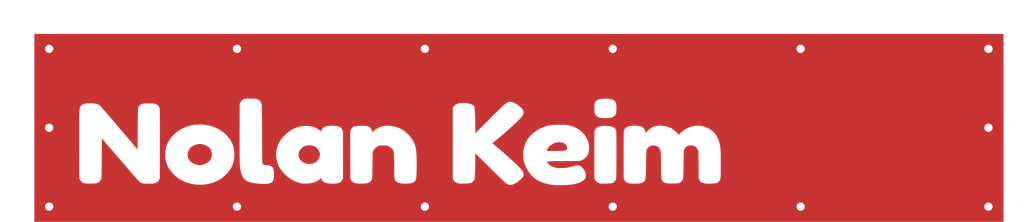
<source format=kicad_pcb>
(kicad_pcb (version 20240108) (generator "pcbnew") (generator_version "8.0")
  (layers (0 "F.Cu" signal) (31 "B.Cu" signal) (34 "B.Paste" user) (35 "F.Paste" user) (36 "B.SilkS" user "B.Silkscreen") (37 "F.SilkS" user "F.Silkscreen") (38 "B.Mask" user) (39 "F.Mask" user) (44 "Edge.Cuts" user))
  (net 0 "")
  (footprint "-artwork:iot_name_tag_Fcu" (layer "F.Cu") (at 151 99)
    (property "Reference" "G***" (hide yes))
    (property "Value" "LOGO" (hide yes))
    (fp_poly (pts (xy 11.52175 3.934318) (xy 12.035688 4.133115) (xy 12.433091 4.383903) (xy 12.686167 4.668619) (xy 12.819913 5.019498) (xy 12.844567 5.176161) (xy 12.816134 5.555813) (xy 12.642601 5.851398) (xy 12.331697 6.051765) (xy 12.209315 6.092612) (xy 12.035053 6.117406) (xy 11.715711 6.139219) (xy 11.27553 6.157213) (xy 10.73875 6.170555) (xy 10.12961 6.178408) (xy 9.667461 6.180195) (xy 7.439256 6.180667) (xy 7.497377 5.997542) (xy 7.665346 5.564548) (xy 7.881067 5.224756) (xy 8.193077 4.902035) (xy 8.199502 4.896248) (xy 8.828362 4.421695) (xy 9.496108 4.08403) (xy 10.181647 3.887449) (xy 10.863891 3.836146) (xy 11.52175 3.934318)) (stroke (width 0.01)) (fill solid) (layer "F.Cu"))
    (fp_poly (pts (xy -84.394026 4.352014) (xy -83.668849 4.54183) (xy -83.185494 4.753685) (xy -82.622029 5.09028) (xy -82.210247 5.466727) (xy -81.933155 5.907948) (xy -81.773764 6.438861) (xy -81.721805 6.900334) (xy -81.733547 7.568475) (xy -81.857324 8.125701) (xy -82.106071 8.598402) (xy -82.492722 9.012969) (xy -82.907076 9.318594) (xy -83.627022 9.695783) (xy -84.358827 9.905463) (xy -85.098994 9.947019) (xy -85.809667 9.829405) (xy -86.547484 9.561554) (xy -87.149383 9.200481) (xy -87.61193 8.750141) (xy -87.931691 8.214487) (xy -88.105231 7.597474) (xy -88.138 7.148689) (xy -88.058744 6.492592) (xy -87.826131 5.900643) (xy -87.447891 5.384798) (xy -86.931755 4.957009) (xy -86.597257 4.766245) (xy -85.842278 4.464163) (xy -85.113186 4.326106) (xy -84.394026 4.352014)) (stroke (width 0.01)) (fill solid) (layer "F.Cu"))
    (fp_poly (pts (xy -55.321716 4.708223) (xy -55.005913 4.735423) (xy -54.752103 4.790398) (xy -54.506795 4.88151) (xy -54.458644 4.902739) (xy -53.991539 5.19417) (xy -53.563166 5.617607) (xy -53.208689 6.135756) (xy -53.106852 6.336321) (xy -52.949194 6.866356) (xy -52.946568 7.412362) (xy -53.089041 7.952088) (xy -53.366683 8.463283) (xy -53.769562 8.923696) (xy -54.287745 9.311076) (xy -54.483 9.419422) (xy -54.831259 9.538176) (xy -55.284638 9.610164) (xy -55.784929 9.633323) (xy -56.273925 9.605592) (xy -56.69342 9.524907) (xy -56.769 9.500416) (xy -57.391173 9.206878) (xy -57.901736 8.816774) (xy -58.287062 8.346994) (xy -58.533522 7.814426) (xy -58.627488 7.235959) (xy -58.627995 7.196667) (xy -58.54846 6.602264) (xy -58.315328 6.04612) (xy -57.943529 5.549988) (xy -57.447992 5.13562) (xy -57.065333 4.919826) (xy -56.821129 4.814344) (xy -56.594404 4.748698) (xy -56.331892 4.713986) (xy -55.980328 4.701302) (xy -55.753 4.70044) (xy -55.321716 4.708223)) (stroke (width 0.01)) (fill solid) (layer "F.Cu"))
    (fp_poly (pts (xy 129.032 25.061334) (xy -128.947333 25.061334) (xy -128.947333 -0.121183) (xy -117.003915 -0.121183) (xy -117.002848 0.980541) (xy -117.000193 2.2266) (xy -116.996352 3.626545) (xy -116.993563 4.572) (xy -116.967 13.504334) (xy -116.759781 13.909928) (xy -116.490264 14.293443) (xy -116.114001 14.577717) (xy -115.606116 14.781225) (xy -115.574186 14.790353) (xy -115.320607 14.832129) (xy -114.939403 14.858965) (xy -114.471557 14.871555) (xy -113.958053 14.870595) (xy -113.439876 14.856777) (xy -112.958009 14.830797) (xy -112.553437 14.793348) (xy -112.267144 14.745126) (xy -112.225667 14.733628) (xy -111.886946 14.559534) (xy -111.557318 14.274549) (xy -111.289143 13.931495) (xy -111.154901 13.653372) (xy -111.130782 13.530831) (xy -111.109072 13.310608) (xy -111.089527 12.983912) (xy -111.071906 12.541952) (xy -111.055969 11.975937) (xy -111.041472 11.277075) (xy -111.028176 10.436576) (xy -111.015837 9.445648) (xy -111.004215 8.295501) (xy -111.002514 8.108233) (xy -110.955667 2.881466) (xy -108.669667 5.523145) (xy -108.094666 6.188303) (xy -107.437262 6.949965) (xy -106.725146 7.775976) (xy -105.986009 8.634182) (xy -105.247543 9.492427) (xy -104.537439 10.318557) (xy -103.883387 11.080418) (xy -103.767458 11.215579) (xy -103.229486 11.839525) (xy -102.714458 12.430409) (xy -102.234885 12.974331) (xy -101.803274 13.457391) (xy -101.432134 13.865693) (xy -101.133974 14.185335) (xy -100.921301 14.402419) (xy -100.812135 14.499446) (xy -100.5744 14.646628) (xy -100.330807 14.754896) (xy -100.051609 14.829005) (xy -99.70706 14.873709) (xy -99.267414 14.893765) (xy -98.702926 14.893927) (xy -98.379426 14.888346) (xy -97.857805 14.876339) (xy -97.472583 14.862128) (xy -97.190843 14.840807) (xy -96.979672 14.807471) (xy -96.806154 14.757217) (xy -96.637377 14.685139) (xy -96.47642 14.60477) (xy -96.169475 14.428072) (xy -95.96493 14.247377) (xy -95.803931 14.007006) (xy -95.762907 13.929741) (xy -95.546333 13.50894) (xy -95.529444 6.773334) (xy -94.123145 6.773334) (xy -94.108514 7.876188) (xy -93.932307 8.928539) (xy -93.594464 9.930543) (xy -93.094925 10.882359) (xy -92.43363 11.784145) (xy -92.049633 12.208731) (xy -91.397835 12.839352) (xy -90.759144 13.354773) (xy -90.079493 13.795236) (xy -89.501782 14.104868) (xy -88.289934 14.61541) (xy -87.030237 14.963985) (xy -85.725752 15.150122) (xy -84.37954 15.173354) (xy -83.22085 15.066932) (xy -82.431436 14.910517) (xy -81.5901 14.663499) (xy -80.748492 14.345976) (xy -79.958266 13.978045) (xy -79.271073 13.579804) (xy -79.102764 13.464608) (xy -78.619587 13.084114) (xy -78.106059 12.619808) (xy -77.613959 12.12229) (xy -77.195068 11.642162) (xy -77.064041 11.472337) (xy -76.484941 10.552917) (xy -76.064961 9.579672) (xy -75.802253 8.546884) (xy -75.694969 7.448836) (xy -75.692 7.224574) (xy -75.761878 6.08011) (xy -75.974138 5.021231) (xy -76.33272 4.040081) (xy -76.341779 4.023856) (xy -74.328915 4.023856) (xy -74.328756 5.195205) (xy -74.32571 6.229916) (xy -74.319437 7.138885) (xy -74.309596 7.933008) (xy -74.295843 8.623179) (xy -74.27784 9.220295) (xy -74.255243 9.735249) (xy -74.227713 10.178939) (xy -74.194907 10.562258) (xy -74.156484 10.896102) (xy -74.112103 11.191367) (xy -74.061422 11.458948) (xy -74.004101 11.70974) (xy -73.992065 11.757837) (xy -73.75107 12.524756) (xy -73.44727 13.14816) (xy -73.066912 13.646606) (xy -72.596245 14.038651) (xy -72.102545 14.307645) (xy -71.57278 14.498395) (xy -70.914886 14.662915) (xy -70.168655 14.796763) (xy -69.373882 14.895502) (xy -68.570362 14.954692) (xy -67.79789 14.969894) (xy -67.09626 14.936668) (xy -66.785947 14.900725) (xy -66.256383 14.794121) (xy -65.867282 14.641362) (xy -65.592971 14.429049) (xy -65.432168 14.194274) (xy -65.29896 13.828153) (xy -65.200084 13.346073) (xy -65.141023 12.798932) (xy -65.127259 12.237627) (xy -65.164276 11.713058) (xy -65.164615 11.710479) (xy -65.266298 11.136116) (xy -65.414439 10.706281) (xy -65.63277 10.398408) (xy -65.945022 10.189932) (xy -66.374926 10.058285) (xy -66.946216 9.980901) (xy -66.987262 9.977343) (xy -67.458766 9.929469) (xy -67.790272 9.871883) (xy -68.01111 9.79379) (xy -68.150611 9.684395) (xy -68.238107 9.532905) (xy -68.245386 9.514341) (xy -68.259625 9.392372) (xy -68.272822 9.109666) (xy -68.284878 8.674814) (xy -68.295695 8.096409) (xy -68.303772 7.488617) (xy -64.575902 7.488617) (xy -64.453859 8.545086) (xy -64.193216 9.525933) (xy -63.786899 10.446231) (xy -63.227832 11.321056) (xy -62.50894 12.165481) (xy -62.265853 12.410448) (xy -61.31551 13.232614) (xy -60.312517 13.894318) (xy -59.254646 14.396751) (xy -58.139672 14.741103) (xy -57.756988 14.820587) (xy -57.420873 14.855286) (xy -56.967721 14.865201) (xy -56.447624 14.852779) (xy -55.910674 14.82047) (xy -55.406962 14.770723) (xy -54.986582 14.705985) (xy -54.864 14.679167) (xy -54.239795 14.482271) (xy -53.657679 14.215603) (xy -53.166638 13.903884) (xy -52.937587 13.706979) (xy -52.600073 13.372805) (xy -52.551184 13.617248) (xy -52.416771 13.93241) (xy -52.164582 14.241156) (xy -51.840297 14.492844) (xy -51.691457 14.570303) (xy -51.305968 14.694712) (xy -50.800405 14.791663) (xy -50.222337 14.857588) (xy -49.619329 14.88892) (xy -49.038949 14.882094) (xy -48.528763 14.833543) (xy -48.422682 14.815405) (xy -47.898555 14.683761) (xy -47.509707 14.503585) (xy -47.224406 14.254314) (xy -47.010925 13.915384) (xy -47.000707 13.893884) (xy -46.778333 13.419667) (xy -46.778333 0.961694) (xy -46.820205 0.879914) (xy -44.873333 0.879914) (xy -44.872861 7.107457) (xy -44.871461 8.513919) (xy -44.867487 9.751111) (xy -44.860937 10.819078) (xy -44.851812 11.717865) (xy -44.84011 12.447515) (xy -44.825831 13.008074) (xy -44.808975 13.399585) (xy -44.789541 13.622093) (xy -44.782008 13.660495) (xy -44.581068 14.096222) (xy -44.245728 14.433623) (xy -43.772402 14.675865) (xy -43.555161 14.743746) (xy -43.17232 14.815435) (xy -42.683963 14.861031) (xy -42.133977 14.881123) (xy -41.566253 14.876304) (xy -41.02468 14.847162) (xy -40.553145 14.794288) (xy -40.19554 14.718274) (xy -40.134411 14.697724) (xy -39.708031 14.483935) (xy -39.394606 14.184552) (xy -39.168208 13.800667) (xy -39.123817 13.69927) (xy -39.08711 13.59069) (xy -39.05711 13.457906) (xy -39.032839 13.283897) (xy -39.013318 13.051639) (xy -38.99757 12.744111) (xy -38.984617 12.344291) (xy -38.973481 11.835158) (xy -38.963183 11.199689) (xy -38.952746 10.420862) (xy -38.946876 9.948334) (xy -38.936155 9.090359) (xy -38.926322 8.384636) (xy -38.916316 7.814095) (xy -38.905077 7.361666) (xy -38.891547 7.01028) (xy -38.874664 6.742865) (xy -38.853369 6.542352) (xy -38.826602 6.391671) (xy -38.793303 6.273752) (xy -38.752413 6.171524) (xy -38.70639 6.07506) (xy -38.411707 5.63769) (xy -37.99438 5.239017) (xy -37.501039 4.922295) (xy -37.422667 4.884204) (xy -37.21816 4.802735) (xy -36.995462 4.749738) (xy -36.711669 4.719516) (xy -36.323877 4.706377) (xy -36.068 4.704408) (xy -35.454224 4.724082) (xy -34.966943 4.795289) (xy -34.567757 4.931041) (xy -34.218264 5.144352) (xy -33.883474 5.444753) (xy -33.731947 5.600589) (xy -33.605995 5.741873) (xy -33.503046 5.885415) (xy -33.42053 6.048025) (xy -33.355876 6.246513) (xy -33.306514 6.497689) (xy -33.269873 6.818362) (xy -33.243381 7.225343) (xy -33.224469 7.735442) (xy -33.210566 8.365468) (xy -33.199101 9.132231) (xy -33.188274 9.990667) (xy -33.176401 10.878678) (xy -33.164454 11.613174) (xy -33.151689 12.20997) (xy -33.137364 12.684884) (xy -33.120738 13.053732) (xy -33.101067 13.332329) (xy -33.07761 13.536494) (xy -33.049624 13.682042) (xy -33.016366 13.784789) (xy -33.00944 13.800667) (xy -32.796035 14.153386) (xy -32.503429 14.427547) (xy -32.113534 14.63081) (xy -31.60826 14.770836) (xy -30.969517 14.855289) (xy -30.449562 14.884886) (xy -29.587308 14.8821) (xy -28.874193 14.807701) (xy -28.305263 14.660288) (xy -27.875566 14.438458) (xy -27.580148 14.14081) (xy -27.528981 14.058476) (xy -27.436612 13.856794) (xy -27.36087 13.600871) (xy -27.300395 13.274551) (xy -27.253826 12.861674) (xy -27.219803 12.346083) (xy -27.196967 11.71162) (xy -27.183955 10.942127) (xy -27.179409 10.021446) (xy -27.179367 9.906) (xy -27.185248 8.78594) (xy -27.205093 7.816277) (xy -27.242326 6.978405) (xy -27.300371 6.253717) (xy -27.38265 5.623605) (xy -27.492588 5.069462) (xy -27.63361 4.572681) (xy -27.809137 4.114655) (xy -28.022595 3.676776) (xy -28.277407 3.240438) (xy -28.456725 2.963919) (xy -28.989288 2.258402) (xy -29.604782 1.596459) (xy -30.267377 1.01097) (xy -30.941242 0.534814) (xy -31.351203 0.307838) (xy -32.241292 -0.064459) (xy -33.164104 -0.334471) (xy -34.0897 -0.498754) (xy -34.988143 -0.553865) (xy -35.829497 -0.496358) (xy -36.583823 -0.322791) (xy -36.646404 -0.301365) (xy -37.166461 -0.082761) (xy -37.713522 0.205883) (xy -38.220701 0.526384) (xy -38.576023 0.80017) (xy -39.006066 1.176361) (xy -39.143432 0.682282) (xy -39.290088 0.303653) (xy -39.506918 0.0057) (xy -39.810723 -0.21897) (xy -40.218303 -0.377752) (xy -40.746456 -0.478038) (xy -41.411984 -0.527222) (xy -41.91 -0.535298) (xy -42.693948 -0.511283) (xy -43.330554 -0.437399) (xy -43.835123 -0.310884) (xy -44.222962 -0.128981) (xy -44.246137 -0.114101) (xy -44.393577 0.033167) (xy -44.560783 0.272707) (xy -44.657627 0.447048) (xy -44.873333 0.879914) (xy -46.820205 0.879914) (xy -47.032333 0.465617) (xy -47.226299 0.146957) (xy -47.455599 -0.091978) (xy -47.74954 -0.265828) (xy -48.137428 -0.38923) (xy -48.648569 -0.476823) (xy -48.996319 -0.515376) (xy -49.841172 -0.563479) (xy -50.564079 -0.529115) (xy -51.192166 -0.410137) (xy -51.476951 -0.319047) (xy -51.889957 -0.135256) (xy -52.183191 0.085294) (xy -52.406118 0.385122) (xy -52.49691 0.557721) (xy -52.671317 0.917999) (xy -53.210299 0.510045) (xy -53.912581 0.068065) (xy -54.685318 -0.243115) (xy -55.543704 -0.427527) (xy -56.502934 -0.489205) (xy -56.938333 -0.479534) (xy -58.046062 -0.358523) (xy -59.079369 -0.093601) (xy -60.05953 0.322951) (xy -61.007821 0.898849) (xy -61.276302 1.094054) (xy -62.226937 1.896937) (xy -63.01777 2.752101) (xy -63.648268 3.65851) (xy -64.117896 4.615127) (xy -64.426118 5.620915) (xy -64.5724 6.674839) (xy -64.575902 7.488617) (xy -68.303772 7.488617) (xy -68.305175 7.383044) (xy -68.313219 6.54331) (xy -68.319728 5.585801) (xy -68.324604 4.519108) (xy -68.327749 3.351825) (xy -68.329021 2.216988) (xy -68.330366 1.114252) (xy -68.333358 0.044353) (xy -68.337858 -0.978328) (xy -68.343727 -1.939408) (xy -68.350826 -2.824507) (xy -68.359015 -3.619242) (xy -68.368156 -4.309233) (xy -68.378109 -4.880096) (xy -68.388736 -5.317452) (xy -68.388811 -5.319399) (xy -17.568333 -5.319399) (xy -17.568333 13.589) (xy -17.336697 13.983035) (xy -17.088769 14.301017) (xy -16.749164 14.545881) (xy -16.28802 14.736123) (xy -15.983124 14.821377) (xy -15.675573 14.867412) (xy -15.250256 14.890915) (xy -14.751097 14.89363) (xy -14.22202 14.877306) (xy -13.706949 14.843687) (xy -13.249807 14.794521) (xy -12.894518 14.731554) (xy -12.762949 14.693336) (xy -12.346129 14.457865) (xy -12.000386 14.102051) (xy -11.770155 13.672776) (xy -11.756364 13.631334) (xy -11.730249 13.465768) (xy -11.704665 13.143817) (xy -11.680145 12.678427) (xy -11.657224 12.082544) (xy -11.636434 11.369116) (xy -11.61831 10.55109) (xy -11.609938 10.077792) (xy -11.557 6.820583) (xy -7.62 10.717084) (xy -6.934893 11.393885) (xy -6.278932 12.039465) (xy -5.66303 12.643241) (xy -5.098096 13.194631) (xy -4.595042 13.683051) (xy -4.164779 14.097919) (xy -3.818217 14.428651) (xy -3.566269 14.664665) (xy -3.419844 14.795377) (xy -3.396397 14.813701) (xy -2.893717 15.094784) (xy -2.401552 15.21636) (xy -1.88729 15.182668) (xy -1.480299 15.062884) (xy -1.017141 14.850826) (xy -0.529347 14.561075) (xy -0.047011 14.218482) (xy 0.399768 13.847899) (xy 0.780895 13.474178) (xy 1.066274 13.122169) (xy 1.220532 12.832711) (xy 1.287424 12.4125) (xy 1.201536 11.969314) (xy 0.959544 11.488654) (xy 0.88768 11.380288) (xy 0.667173 11.10149) (xy 0.325296 10.725635) (xy -0.127717 10.262223) (xy -0.681633 9.720754) (xy -1.326217 9.110728) (xy -2.051237 8.441646) (xy -2.84646 7.723008) (xy -3.61461 7.041533) (xy 1.20066 7.041533) (xy 1.205467 7.747701) (xy 1.253644 8.385742) (xy 1.306698 8.724339) (xy 1.599431 9.77081) (xy 2.050938 10.803225) (xy 2.498003 11.569612) (xy 3.150689 12.443398) (xy 3.894129 13.193316) (xy 4.737045 13.82441) (xy 5.688158 14.341722) (xy 6.756189 14.750296) (xy 7.94986 15.055176) (xy 8.769348 15.196139) (xy 9.229876 15.242749) (xy 9.820668 15.272841) (xy 10.503517 15.286993) (xy 11.24022 15.285786) (xy 11.992571 15.269797) (xy 12.722366 15.239607) (xy 13.3914 15.195793) (xy 13.961467 15.138936) (xy 14.139333 15.114757) (xy 15.117622 14.930049) (xy 15.953618 14.68968) (xy 16.642253 14.395824) (xy 17.178455 14.050657) (xy 17.557155 13.656354) (xy 17.565036 13.645207) (xy 17.703731 13.427724) (xy 17.781077 13.231508) (xy 17.81404 12.991706) (xy 17.819727 12.67154) (xy 17.800524 12.271131) (xy 17.734445 11.950908) (xy 17.602736 11.624074) (xy 17.585793 11.588836) (xy 17.2339 10.998089) (xy 16.819161 10.531777) (xy 16.357345 10.202298) (xy 15.864221 10.022046) (xy 15.552948 9.990667) (xy 15.293167 10.016808) (xy 14.935067 10.086685) (xy 14.539938 10.187483) (xy 14.373179 10.237371) (xy 13.78529 10.414341) (xy 13.289756 10.540602) (xy 12.825992 10.626681) (xy 12.333412 10.683101) (xy 11.751431 10.720388) (xy 11.537823 10.72994) (xy 11.008407 10.745949) (xy 10.59927 10.741692) (xy 10.262256 10.714327) (xy 9.949211 10.661013) (xy 9.802156 10.627514) (xy 9.106063 10.408195) (xy 8.470654 10.110192) (xy 8.102504 9.874778) (xy 7.922987 9.697991) (xy 7.743244 9.452886) (xy 7.601561 9.199801) (xy 7.536225 8.999075) (xy 7.535333 8.98094) (xy 7.619566 8.959167) (xy 7.870554 8.939453) (xy 8.285731 8.921862) (xy 8.862531 8.906457) (xy 9.598386 8.893302) (xy 10.490731 8.882462) (xy 11.536999 8.874) (xy 11.916833 8.871734) (xy 16.298333 8.847667) (xy 16.871972 8.575947) (xy 17.462806 8.22044) (xy 17.958385 7.769097) (xy 18.329908 7.251054) (xy 18.464579 6.964811) (xy 18.579543 6.553482) (xy 18.659741 6.033582) (xy 18.701718 5.462953) (xy 18.702018 4.899435) (xy 18.657183 4.400873) (xy 18.627412 4.239661) (xy 18.348763 3.358702) (xy 17.919544 2.517832) (xy 17.357248 1.736429) (xy 16.679366 1.033868) (xy 16.602069 0.973667) (xy 20.108333 0.973667) (xy 20.108333 13.504334) (xy 20.332114 13.928155) (xy 20.631844 14.33382) (xy 21.04879 14.628124) (xy 21.557276 14.810686) (xy 21.795974 14.843654) (xy 22.160859 14.863395) (xy 22.612142 14.870817) (xy 23.110032 14.866828) (xy 23.614743 14.852334) (xy 24.086483 14.828245) (xy 24.485464 14.795467) (xy 24.771898 14.754907) (xy 24.849667 14.735582) (xy 25.191389 14.558717) (xy 25.518288 14.273664) (xy 25.777708 13.934503) (xy 25.903307 13.653372) (xy 25.922479 13.496108) (xy 25.939404 13.172135) (xy 25.954047 12.684063) (xy 25.966371 12.034501) (xy 25.976341 11.226059) (xy 25.983922 10.261347) (xy 25.989079 9.142974) (xy 25.991774 7.87355) (xy 25.992156 7.196667) (xy 27.897667 7.196667) (xy 27.897667 13.504334) (xy 28.121448 13.928155) (xy 28.425113 14.337566) (xy 28.846668 14.632113) (xy 29.346609 14.807084) (xy 29.619503 14.846765) (xy 30.015286 14.873722) (xy 30.48799 14.887935) (xy 30.99165 14.889388) (xy 31.480296 14.878061) (xy 31.907963 14.853935) (xy 32.228684 14.816992) (xy 32.274999 14.808262) (xy 32.811349 14.649273) (xy 33.212627 14.41506) (xy 33.502633 14.089002) (xy 33.621945 13.867565) (xy 33.670897 13.756131) (xy 33.711457 13.647385) (xy 33.744639 13.524562) (xy 33.771459 13.370895) (xy 33.792928 13.16962) (xy 33.810062 12.903972) (xy 33.823874 12.557185) (xy 33.835378 12.112494) (xy 33.845588 11.553134) (xy 33.855517 10.862339) (xy 33.86618 10.023345) (xy 33.869196 9.779) (xy 33.882491 8.815801) (xy 33.896892 8.010669) (xy 33.912847 7.352339) (xy 33.930799 6.829547) (xy 33.951195 6.431027) (xy 33.974479 6.145515) (xy 34.001098 5.961745) (xy 34.023172 5.884709) (xy 34.317775 5.380022) (xy 34.706636 5.016002) (xy 35.189375 4.7929) (xy 35.765613 4.710963) (xy 35.814 4.710514) (xy 36.417033 4.777769) (xy 36.916776 4.979075) (xy 37.311042 5.312669) (xy 37.597646 5.776787) (xy 37.756104 6.277831) (xy 37.779931 6.477846) (xy 37.800656 6.832672) (xy 37.817925 7.327808) (xy 37.831381 7.948755) (xy 37.840667 8.681013) (xy 37.845427 9.51008) (xy 37.846 9.937134) (xy 37.847148 10.851798) (xy 37.851961 11.613783) (xy 37.862491 12.239736) (xy 37.88079 12.746303) (xy 37.908909 13.15013) (xy 37.948902 13.467865) (xy 38.00282 13.716154) (xy 38.072715 13.911642) (xy 38.160639 14.070978) (xy 38.268644 14.210807) (xy 38.388444 14.337467) (xy 38.689407 14.5633) (xy 39.04841 14.728239) (xy 39.083471 14.738982) (xy 39.362664 14.790802) (xy 39.767493 14.828536) (xy 40.257041 14.852121) (xy 40.790393 14.861492) (xy 41.326635 14.856584) (xy 41.82485 14.837332) (xy 42.244123 14.803671) (xy 42.543539 14.755537) (xy 42.584264 14.744522) (xy 42.978817 14.552286) (xy 43.335947 14.246764) (xy 43.603869 13.878071) (xy 43.692775 13.671758) (xy 43.72314 13.517893) (xy 43.750149 13.250774) (xy 43.77416 12.861346) (xy 43.79553 12.340552) (xy 43.81462 11.679336) (xy 43.831787 10.868642) (xy 43.84739 9.899414) (xy 43.850238 9.694334) (xy 43.862546 8.811134) (xy 43.873894 8.080679) (xy 43.885226 7.486391) (xy 43.89749 7.011693) (xy 43.91163 6.640006) (xy 43.928591 6.354754) (xy 43.949319 6.139358) (xy 43.974759 5.97724) (xy 44.005856 5.851823) (xy 44.043557 5.74653) (xy 44.080105 5.663483) (xy 44.36404 5.239691) (xy 44.759584 4.928814) (xy 45.244156 4.740483) (xy 45.795179 4.68433) (xy 46.25119 4.737359) (xy 46.740073 4.886504) (xy 47.110503 5.121698) (xy 47.404403 5.474645) (xy 47.538785 5.711092) (xy 47.794333 6.210525) (xy 47.836667 9.857429) (xy 47.879 13.504334) (xy 48.090667 13.923266) (xy 48.284485 14.246848) (xy 48.509333 14.474284) (xy 48.81015 14.638264) (xy 49.231876 14.771477) (xy 49.270275 14.781301) (xy 49.552946 14.840294) (xy 49.863818 14.876175) (xy 50.242594 14.891107) (xy 50.728979 14.887253) (xy 51.048275 14.878192) (xy 51.667102 14.849559) (xy 52.145647 14.80511) (xy 52.512745 14.73762) (xy 52.797229 14.639861) (xy 53.027933 14.504606) (xy 53.22595 14.332405) (xy 53.349626 14.201415) (xy 53.452763 14.066898) (xy 53.537217 13.912848) (xy 53.604845 13.723258) (xy 53.657503 13.48212) (xy 53.697047 13.173427) (xy 53.725333 12.781172) (xy 53.744217 12.289347) (xy 53.755556 11.681945) (xy 53.761205 10.942958) (xy 53.763022 10.05638) (xy 53.763095 9.700133) (xy 53.761196 8.687274) (xy 53.754779 7.823993) (xy 53.742532 7.090562) (xy 53.723146 6.467256) (xy 53.695311 5.934348) (xy 53.657718 5.472114) (xy 53.609057 5.060826) (xy 53.548017 4.680759) (xy 53.473291 4.312187) (xy 53.383567 3.935383) (xy 53.379189 3.918049) (xy 53.052569 2.942063) (xy 52.596366 2.0736) (xy 52.015368 1.317138) (xy 51.314362 0.677154) (xy 50.498135 0.158125) (xy 49.571474 -0.235472) (xy 48.68631 -0.470949) (xy 47.73714 -0.57861) (xy 46.786326 -0.518716) (xy 45.831207 -0.290811) (xy 44.869121 0.105559) (xy 44.649044 0.219278) (xy 43.957208 0.626831) (xy 43.393972 1.044526) (xy 42.91972 1.50191) (xy 42.899715 1.524034) (xy 42.526747 1.938864) (xy 42.410386 1.721441) (xy 42.231779 1.474741) (xy 41.94446 1.173708) (xy 41.585624 0.849944) (xy 41.192465 0.53505) (xy 40.802178 0.26063) (xy 40.454225 0.059399) (xy 39.702835 -0.24179) (xy 38.891344 -0.446837) (xy 38.058655 -0.552779) (xy 37.24367 -0.556647) (xy 36.485292 -0.455478) (xy 35.918569 -0.286403) (xy 35.535094 -0.124545) (xy 35.225398 0.036709) (xy 34.942481 0.229237) (xy 34.639344 0.484919) (xy 34.279668 0.825232) (xy 33.719003 1.370955) (xy 33.661695 0.9888) (xy 33.519058 0.543007) (xy 33.251492 0.140039) (xy 32.896923 -0.169451) (xy 32.725074 -0.2621) (xy 32.369668 -0.375108) (xy 31.8943 -0.464107) (xy 31.347196 -0.524772) (xy 30.776578 -0.55278) (xy 30.230672 -0.543805) (xy 29.903979 -0.515102) (xy 29.304865 -0.405391) (xy 28.839472 -0.234169) (xy 28.478036 0.015948) (xy 28.190796 0.362345) (xy 28.079927 0.550334) (xy 28.045743 0.615905) (xy 28.016125 0.684649) (xy 27.990746 0.768503) (xy 27.969278 0.879403) (xy 27.951394 1.029285) (xy 27.936767 1.230087) (xy 27.925069 1.493745) (xy 27.915974 1.832196) (xy 27.909153 2.257376) (xy 27.90428 2.781222) (xy 27.901026 3.415671) (xy 27.899066 4.172659) (xy 27.89807 5.064123) (xy 27.897713 6.102) (xy 27.897667 7.196667) (xy 25.992156 7.196667) (xy 25.992194 7.130447) (xy 25.991935 5.938451) (xy 25.990807 4.90412) (xy 25.988577 4.015788) (xy 25.985012 3.261786) (xy 25.979876 2.630449) (xy 25.972938 2.11011) (xy 25.963962 1.689101) (xy 25.952716 1.355755) (xy 25.938966 1.098406) (xy 25.922477 0.905387) (xy 25.903017 0.765031) (xy 25.880351 0.66567) (xy 25.861626 0.61227) (xy 25.667908 0.260733) (xy 25.402777 -0.012323) (xy 25.046866 -0.215428) (xy 24.580814 -0.357108) (xy 23.985255 -0.445893) (xy 23.368 -0.485939) (xy 22.601277 -0.493535) (xy 21.96881 -0.448874) (xy 21.442629 -0.348234) (xy 20.99476 -0.187896) (xy 20.942683 -0.163371) (xy 20.704216 -0.019113) (xy 20.524754 0.174859) (xy 20.353765 0.473973) (xy 20.344484 0.49278) (xy 20.108333 0.973667) (xy 16.602069 0.973667) (xy 15.90339 0.429524) (xy 15.046812 -0.057228) (xy 14.563518 -0.261881) (xy 14.077964 -0.434489) (xy 13.634835 -0.566892) (xy 13.199134 -0.664098) (xy 12.735866 -0.731114) (xy 12.210035 -0.772947) (xy 11.586647 -0.794605) (xy 10.830706 -0.801095) (xy 10.795 -0.801111) (xy 9.965103 -0.793815) (xy 9.270839 -0.768714) (xy 8.679042 -0.721464) (xy 8.156546 -0.647721) (xy 7.670186 -0.543141) (xy 7.186797 -0.403379) (xy 6.831585 -0.281983) (xy 5.669228 0.21021) (xy 4.626702 0.8063) (xy 3.709816 1.500508) (xy 2.924378 2.287052) (xy 2.276196 3.160152) (xy 1.771079 4.114026) (xy 1.427127 5.096768) (xy 1.313424 5.657816) (xy 1.237291 6.325488) (xy 1.20066 7.041533) (xy -3.61461 7.041533) (xy -3.701651 6.964314) (xy -4.606578 6.175063) (xy -5.551006 5.364757) (xy -6.024581 4.963334) (xy -7.011495 4.130134) (xy -6.236247 3.487716) (xy -5.228483 2.645) (xy -4.262379 1.822182) (xy -3.347185 1.027847) (xy -2.492151 0.270581) (xy -1.706526 -0.441029) (xy -0.999559 -1.098397) (xy -0.380501 -1.692938) (xy 0.141399 -2.216065) (xy 0.556892 -2.659192) (xy 0.856727 -3.013733) (xy 1.017701 -3.245868) (xy 1.215312 -3.695095) (xy 1.274901 -4.125126) (xy 1.191655 -4.545711) (xy 0.960757 -4.966602) (xy 0.784564 -5.164666) (xy 20.10849 -5.164666) (xy 20.125894 -4.522354) (xy 20.182907 -4.020551) (xy 20.286407 -3.633626) (xy 20.443273 -3.335947) (xy 20.660385 -3.101884) (xy 20.662599 -3.100017) (xy 21.041115 -2.873117) (xy 21.55448 -2.703939) (xy 22.177128 -2.595978) (xy 22.883492 -2.552731) (xy 23.648005 -2.577693) (xy 24.123424 -2.626791) (xy 24.703121 -2.736727) (xy 25.146 -2.905212) (xy 25.478558 -3.14606) (xy 25.718697 -3.458299) (xy 25.81484 -3.633439) (xy 25.881374 -3.799263) (xy 25.924921 -3.993835) (xy 25.952101 -4.255219) (xy 25.969537 -4.62148) (xy 25.979392 -4.956975) (xy 25.984705 -5.573689) (xy 25.960424 -6.052364) (xy 25.901113 -6.42256) (xy 25.801338 -6.713838) (xy 25.655664 -6.95576) (xy 25.598789 -7.027196) (xy 25.330988 -7.282102) (xy 24.998551 -7.470147) (xy 24.56917 -7.604286) (xy 24.010539 -7.697473) (xy 23.893696 -7.710905) (xy 23.254008 -7.75089) (xy 22.60179 -7.73913) (xy 21.982622 -7.679819) (xy 21.442082 -7.577154) (xy 21.057577 -7.449866) (xy 20.728147 -7.27002) (xy 20.480471 -7.045069) (xy 20.304611 -6.75109) (xy 20.190633 -6.364158) (xy 20.1286 -5.86035) (xy 20.108575 -5.215742) (xy 20.10849 -5.164666) (xy 0.784564 -5.164666) (xy 0.577393 -5.397552) (xy 0.036747 -5.848312) (xy -0.428406 -6.174583) (xy -1.099165 -6.571431) (xy -1.69105 -6.819472) (xy -2.205227 -6.919125) (xy -2.480624 -6.907314) (xy -2.645538 -6.877114) (xy -2.807336 -6.831836) (xy -2.97573 -6.763119) (xy -3.160436 -6.6626) (xy -3.371167 -6.521918) (xy -3.617638 -6.33271) (xy -3.909561 -6.086614) (xy -4.25665 -5.775268) (xy -4.668621 -5.390309) (xy -5.155186 -4.923376) (xy -5.726059 -4.366105) (xy -6.390955 -3.710136) (xy -7.159586 -2.947106) (xy -7.662333 -2.446638) (xy -11.557 1.432899) (xy -11.611034 -1.802384) (xy -11.626821 -2.681773) (xy -11.643115 -3.409) (xy -11.661476 -4.001234) (xy -11.683462 -4.475642) (xy -11.710632 -4.849395) (xy -11.744546 -5.139659) (xy -11.786762 -5.363604) (xy -11.838839 -5.538397) (xy -11.902338 -5.681207) (xy -11.97427 -5.802295) (xy -12.217446 -6.038011) (xy -12.599085 -6.239639) (xy -13.090799 -6.402002) (xy -13.664205 -6.519919) (xy -14.290917 -6.588213) (xy -14.942549 -6.601705) (xy -15.590715 -6.555216) (xy -15.872671 -6.513526) (xy -16.459712 -6.353595) (xy -16.923144 -6.094029) (xy -17.284479 -5.722446) (xy -17.310812 -5.685815) (xy -17.568333 -5.319399) (xy -68.388811 -5.319399) (xy -68.399896 -5.606918) (xy -68.405529 -5.690543) (xy -68.475565 -6.250643) (xy -68.583113 -6.674734) (xy -68.745623 -6.99495) (xy -68.980543 -7.243423) (xy -69.305324 -7.452285) (xy -69.384333 -7.493) (xy -69.571231 -7.584363) (xy -69.731984 -7.650678) (xy -69.898025 -7.695958) (xy -70.100789 -7.724217) (xy -70.37171 -7.739467) (xy -70.742222 -7.74572) (xy -71.243759 -7.746991) (xy -71.374 -7.747) (xy -71.910295 -7.746079) (xy -72.308546 -7.740801) (xy -72.60004 -7.727389) (xy -72.816066 -7.70207) (xy -72.98791 -7.661067) (xy -73.146861 -7.600605) (xy -73.324208 -7.516909) (xy -73.338319 -7.509985) (xy -73.627549 -7.351596) (xy -73.818263 -7.18809) (xy -73.971703 -6.958224) (xy -74.057985 -6.790318) (xy -74.295 -6.307666) (xy -74.321939 1.227667) (xy -74.326529 2.704975) (xy -74.328915 4.023856) (xy -76.341779 4.023856) (xy -76.841566 3.128807) (xy -77.504615 2.279552) (xy -78.325807 1.484462) (xy -78.74 1.148406) (xy -79.785618 0.44009) (xy -80.887452 -0.113003) (xy -82.052976 -0.513328) (xy -83.289664 -0.763343) (xy -84.604991 -0.865502) (xy -84.878333 -0.868407) (xy -86.194336 -0.798513) (xy -87.426478 -0.585759) (xy -88.588675 -0.225539) (xy -89.694842 0.286753) (xy -90.758894 0.955725) (xy -91.059 1.177719) (xy -91.95594 1.957738) (xy -92.69892 2.808157) (xy -93.287884 3.728876) (xy -93.722779 4.719794) (xy -94.003549 5.78081) (xy -94.123145 6.773334) (xy -95.529444 6.773334) (xy -95.523611 4.447304) (xy -95.520216 2.791938) (xy -95.518767 1.303067) (xy -95.519285 -0.022135) (xy -95.52179 -1.186496) (xy -95.526304 -2.192843) (xy -95.532845 -3.044002) (xy -95.541434 -3.742801) (xy -95.552093 -4.292067) (xy -95.56484 -4.694626) (xy -95.579697 -4.953306) (xy -95.59203 -5.053611) (xy -95.736337 -5.526326) (xy -95.961971 -5.87471) (xy -96.298595 -6.13569) (xy -96.565342 -6.265333) (xy -96.762529 -6.343495) (xy -96.945009 -6.399675) (xy -97.145863 -6.437472) (xy -97.398169 -6.460488) (xy -97.735006 -6.472325) (xy -98.189453 -6.476583) (xy -98.509667 -6.477) (xy -99.137697 -6.47175) (xy -99.624785 -6.452455) (xy -99.999101 -6.413796) (xy -100.28881 -6.350451) (xy -100.52208 -6.257103) (xy -100.727079 -6.128432) (xy -100.843192 -6.036305) (xy -100.948926 -5.949141) (xy -101.040016 -5.870157) (xy -101.117645 -5.786728) (xy -101.182998 -5.686232) (xy -101.237258 -5.556044) (xy -101.281607 -5.383542) (xy -101.317231 -5.1561) (xy -101.345312 -4.861096) (xy -101.367034 -4.485906) (xy -101.38358 -4.017905) (xy -101.396135 -3.444472) (xy -101.405881 -2.75298) (xy -101.414002 -1.930808) (xy -101.421681 -0.965331) (xy -101.430103 0.156074) (xy -101.430667 0.229742) (xy -101.473 5.751151) (xy -102.875482 4.124409) (xy -103.188551 3.759953) (xy -103.596094 3.283423) (xy -104.083376 2.712152) (xy -104.635657 2.063473) (xy -105.238201 1.35472) (xy -105.876271 0.603227) (xy -106.535129 -0.173673) (xy -107.200037 -0.958646) (xy -107.771321 -1.633894) (xy -108.388473 -2.36139) (xy -108.98141 -3.055717) (xy -109.539831 -3.705112) (xy -110.053435 -4.297808) (xy -110.511921 -4.82204) (xy -110.904989 -5.266044) (xy -111.222336 -5.618054) (xy -111.453662 -5.866304) (xy -111.588667 -5.999031) (xy -111.603834 -6.011138) (xy -112.002309 -6.231375) (xy -112.506943 -6.386155) (xy -113.132905 -6.478178) (xy -113.895367 -6.510147) (xy -114.367938 -6.503429) (xy -114.985567 -6.472758) (xy -115.465503 -6.416238) (xy -115.838606 -6.324243) (xy -116.135736 -6.18715) (xy -116.387754 -5.995334) (xy -116.55584 -5.821085) (xy -116.626861 -5.738346) (xy -116.690261 -5.654526) (xy -116.746441 -5.560076) (xy -116.795805 -5.445445) (xy -116.838753 -5.301083) (xy -116.875689 -5.11744) (xy -116.907015 -4.884964) (xy -116.933132 -4.594107) (xy -116.954444 -4.235317) (xy -116.971352 -3.799045) (xy -116.984259 -3.27574) (xy -116.993566 -2.655851) (xy -116.999677 -1.929829) (xy -117.002992 -1.088123) (xy -117.003915 -0.121183) (xy -128.947333 -0.121183) (xy -128.947333 -24.976666) (xy 129.032 -24.976666) (xy 129.032 25.061334)) (stroke (width 0.01)) (fill solid) (layer "F.Cu"))
  )
  (footprint "-artwork:iot_name_tag_Fmask2" (layer "F.Cu") (at 151 99)
    (property "Reference" "G***" (hide yes))
    (property "Value" "LOGO" (hide yes))
  )
  (footprint "MountingHole:MountingHole_2.2mm_M2" (layer "F.Cu") (at 26 78)
    (property "Reference" "REF**" (hide yes))
    (property "Value" "MountingHole_2.2mm_M2")
    (pad "" np_thru_hole circle (at 0 0) (size 2.2 2.2) (drill 2.2) (layers "*.Cu" "*.Mask"))
  )
  (footprint "MountingHole:MountingHole_2.2mm_M2" (layer "F.Cu") (at 76 78)
    (property "Reference" "REF**" (hide yes))
    (property "Value" "MountingHole_2.2mm_M2")
    (pad "" np_thru_hole circle (at 0 0) (size 2.2 2.2) (drill 2.2) (layers "*.Cu" "*.Mask"))
  )
  (footprint "MountingHole:MountingHole_2.2mm_M2" (layer "F.Cu") (at 126 78)
    (property "Reference" "REF**" (hide yes))
    (property "Value" "MountingHole_2.2mm_M2")
    (pad "" np_thru_hole circle (at 0 0) (size 2.2 2.2) (drill 2.2) (layers "*.Cu" "*.Mask"))
  )
  (footprint "MountingHole:MountingHole_2.2mm_M2" (layer "F.Cu") (at 176 78)
    (property "Reference" "REF**" (hide yes))
    (property "Value" "MountingHole_2.2mm_M2")
    (pad "" np_thru_hole circle (at 0 0) (size 2.2 2.2) (drill 2.2) (layers "*.Cu" "*.Mask"))
  )
  (footprint "MountingHole:MountingHole_2.2mm_M2" (layer "F.Cu") (at 226 78)
    (property "Reference" "REF**" (hide yes))
    (property "Value" "MountingHole_2.2mm_M2")
    (pad "" np_thru_hole circle (at 0 0) (size 2.2 2.2) (drill 2.2) (layers "*.Cu" "*.Mask"))
  )
  (footprint "MountingHole:MountingHole_2.2mm_M2" (layer "F.Cu") (at 276 78)
    (property "Reference" "REF**" (hide yes))
    (property "Value" "MountingHole_2.2mm_M2")
    (pad "" np_thru_hole circle (at 0 0) (size 2.2 2.2) (drill 2.2) (layers "*.Cu" "*.Mask"))
  )
  (footprint "MountingHole:MountingHole_2.2mm_M2" (layer "F.Cu") (at 26 99)
    (property "Reference" "REF**" (hide yes))
    (property "Value" "MountingHole_2.2mm_M2")
    (pad "" np_thru_hole circle (at 0 0) (size 2.2 2.2) (drill 2.2) (layers "*.Cu" "*.Mask"))
  )
  (footprint "MountingHole:MountingHole_2.2mm_M2" (layer "F.Cu") (at 276 99)
    (property "Reference" "REF**" (hide yes))
    (property "Value" "MountingHole_2.2mm_M2")
    (pad "" np_thru_hole circle (at 0 0) (size 2.2 2.2) (drill 2.2) (layers "*.Cu" "*.Mask"))
  )
  (footprint "MountingHole:MountingHole_2.2mm_M2" (layer "F.Cu") (at 26 120)
    (property "Reference" "REF**" (hide yes))
    (property "Value" "MountingHole_2.2mm_M2")
    (pad "" np_thru_hole circle (at 0 0) (size 2.2 2.2) (drill 2.2) (layers "*.Cu" "*.Mask"))
  )
  (footprint "MountingHole:MountingHole_2.2mm_M2" (layer "F.Cu") (at 76 120)
    (property "Reference" "REF**" (hide yes))
    (property "Value" "MountingHole_2.2mm_M2")
    (pad "" np_thru_hole circle (at 0 0) (size 2.2 2.2) (drill 2.2) (layers "*.Cu" "*.Mask"))
  )
  (footprint "MountingHole:MountingHole_2.2mm_M2" (layer "F.Cu") (at 126 120)
    (property "Reference" "REF**" (hide yes))
    (property "Value" "MountingHole_2.2mm_M2")
    (pad "" np_thru_hole circle (at 0 0) (size 2.2 2.2) (drill 2.2) (layers "*.Cu" "*.Mask"))
  )
  (footprint "MountingHole:MountingHole_2.2mm_M2" (layer "F.Cu") (at 226 120)
    (property "Reference" "REF**" (hide yes))
    (property "Value" "MountingHole_2.2mm_M2")
    (pad "" np_thru_hole circle (at 0 0) (size 2.2 2.2) (drill 2.2) (layers "*.Cu" "*.Mask"))
  )
  (footprint "MountingHole:MountingHole_2.2mm_M2" (layer "F.Cu") (at 276 120)
    (property "Reference" "REF**" (hide yes))
    (property "Value" "MountingHole_2.2mm_M2")
    (pad "" np_thru_hole circle (at 0 0) (size 2.2 2.2) (drill 2.2) (layers "*.Cu" "*.Mask"))
  )
  (footprint "-artwork:iot_name_tag_Fmask" (layer "F.Cu") (at 151 99)
    (property "Reference" "G***" (hide yes))
    (property "Value" "LOGO" (hide yes))
  )
  (footprint "MountingHole:MountingHole_2.2mm_M2" (layer "F.Cu") (at 176 120)
    (property "Reference" "REF**" (hide yes))
    (property "Value" "MountingHole_2.2mm_M2")
    (pad "" np_thru_hole circle (at 0 0) (size 2.2 2.2) (drill 2.2) (layers "*.Cu" "*.Mask"))
  )
  (gr_line (start 22 74) (end 22 124) (stroke (width 0.05)) (layer "Edge.Cuts"))
  (gr_line (start 280 74) (end 22 74) (stroke (width 0.05)) (layer "Edge.Cuts"))
  (gr_line (start 22 124) (end 280 124) (stroke (width 0.05)) (layer "Edge.Cuts"))
  (gr_line (start 280 124) (end 280 74) (stroke (width 0.05)) (layer "Edge.Cuts"))
)
</source>
